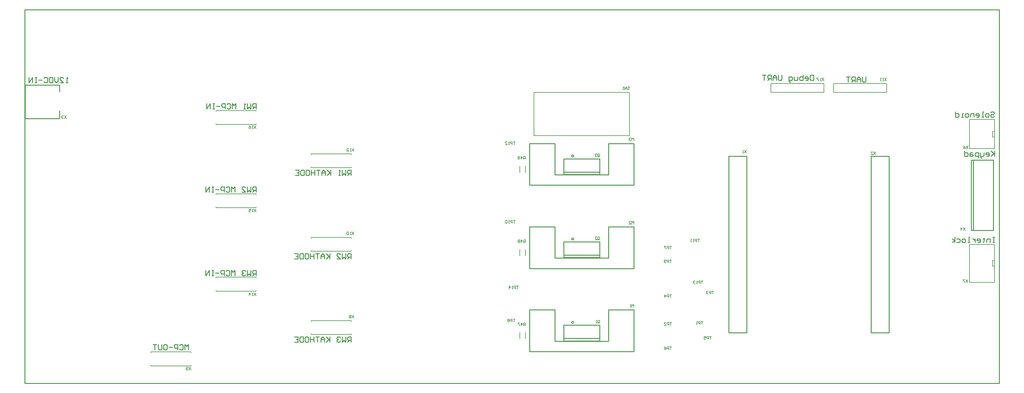
<source format=gbo>
G04 Layer_Color=32896*
%FSLAX43Y43*%
%MOMM*%
G71*
G01*
G75*
%ADD34C,0.250*%
%ADD35C,0.200*%
%ADD39C,0.150*%
%ADD43C,0.254*%
D34*
X271900Y44000D02*
Y64200D01*
X272500Y44000D02*
Y64200D01*
D35*
X82250Y14000D02*
X93750D01*
Y14250D01*
X82250Y14000D02*
Y14250D01*
X93750Y17750D02*
Y18000D01*
X82250Y17750D02*
Y18000D01*
X93750D01*
X36250Y9000D02*
X47750D01*
X36250Y8750D02*
Y9000D01*
X47750Y8750D02*
Y9000D01*
X36250Y5000D02*
Y5250D01*
X47750Y5000D02*
Y5250D01*
X36250Y5000D02*
X47750D01*
X229620Y83730D02*
Y86270D01*
X214380Y83730D02*
X229620D01*
X214380D02*
Y86270D01*
X229620D01*
X54950Y78500D02*
X66450D01*
X54950Y78250D02*
Y78500D01*
X66450Y78250D02*
Y78500D01*
X54950Y74500D02*
Y74750D01*
X66450Y74500D02*
Y74750D01*
X54950Y74500D02*
X66450D01*
X54950Y54500D02*
X66450D01*
X54950Y54250D02*
Y54500D01*
X66450Y54250D02*
Y54500D01*
X54950Y50500D02*
Y50750D01*
X66450Y50500D02*
Y50750D01*
X54950Y50500D02*
X66450D01*
X54950Y30500D02*
X66450D01*
X54950Y30250D02*
Y30500D01*
X66450Y30250D02*
Y30500D01*
X54950Y26500D02*
Y26750D01*
X66450Y26500D02*
Y26750D01*
X54950Y26500D02*
X66450D01*
X82250Y66000D02*
X93750D01*
X82250Y65750D02*
Y66000D01*
X93750Y65750D02*
Y66000D01*
X82250Y62000D02*
Y62250D01*
X93750Y62000D02*
Y62250D01*
X82250Y62000D02*
X93750D01*
X82250Y42000D02*
X93750D01*
X82250Y41750D02*
Y42000D01*
X93750Y41750D02*
Y42000D01*
X82250Y38000D02*
Y38250D01*
X93750Y38000D02*
Y38250D01*
X82250Y38000D02*
X93750D01*
X247620Y83730D02*
Y86270D01*
X232380Y83730D02*
X247620D01*
X232380D02*
Y86270D01*
X247620D01*
X173750Y71250D02*
Y83750D01*
X146250Y71250D02*
Y83750D01*
X173750D01*
X146250Y71250D02*
X173750D01*
X142200Y12800D02*
Y14600D01*
X143800Y12800D02*
Y14600D01*
X142200Y36700D02*
Y38500D01*
X143800Y36700D02*
Y38500D01*
X142200Y60700D02*
Y62500D01*
X143800Y60700D02*
Y62500D01*
D39*
X271400Y28975D02*
Y39950D01*
Y28975D02*
X278600D01*
Y39950D01*
X271400D02*
X278600D01*
X278025Y35285D02*
X278575D01*
X278025Y33660D02*
Y35285D01*
Y33660D02*
X278600D01*
X278025Y70860D02*
X278600D01*
X278025D02*
Y72485D01*
X278575D01*
X271400Y75950D02*
X278600D01*
Y67500D02*
Y75950D01*
X271400Y67500D02*
X278600D01*
X271400D02*
Y75950D01*
X141844Y27967D02*
X141311D01*
X141578D01*
Y27168D01*
X141045D02*
Y27967D01*
X140645D01*
X140511Y27834D01*
Y27567D01*
X140645Y27434D01*
X141045D01*
X140245Y27168D02*
X139978D01*
X140112D01*
Y27967D01*
X140245Y27834D01*
X139179Y27168D02*
Y27967D01*
X139578Y27567D01*
X139045D01*
X164667Y65333D02*
Y65866D01*
X164800Y66000D01*
X165067D01*
X165200Y65866D01*
Y65333D01*
X165067Y65200D01*
X164800D01*
X164933Y65467D02*
X164667Y65200D01*
X164800D02*
X164667Y65333D01*
X164400Y65866D02*
X164267Y66000D01*
X164000D01*
X163867Y65866D01*
Y65733D01*
X164000Y65600D01*
X164134D01*
X164000D01*
X163867Y65467D01*
Y65333D01*
X164000Y65200D01*
X164267D01*
X164400Y65333D01*
X94525Y19563D02*
X93992Y18763D01*
Y19563D02*
X94525Y18763D01*
X93725Y19430D02*
X93592Y19563D01*
X93325D01*
X93192Y19430D01*
Y19296D01*
X93325Y19163D01*
X93192Y19030D01*
Y18896D01*
X93325Y18763D01*
X93592D01*
X93725Y18896D01*
Y19030D01*
X93592Y19163D01*
X93725Y19296D01*
Y19430D01*
X93592Y19163D02*
X93325D01*
X47700Y4600D02*
X47167Y3800D01*
Y4600D02*
X47700Y3800D01*
X46900Y3933D02*
X46767Y3800D01*
X46500D01*
X46367Y3933D01*
Y4466D01*
X46500Y4600D01*
X46767D01*
X46900Y4466D01*
Y4333D01*
X46767Y4200D01*
X46367D01*
X244460Y66600D02*
X243927Y65800D01*
Y66600D02*
X244460Y65800D01*
X243127D02*
X243660D01*
X243127Y66333D01*
Y66466D01*
X243260Y66600D01*
X243527D01*
X243660Y66466D01*
X270900Y29800D02*
X270367Y29000D01*
Y29800D02*
X270900Y29000D01*
X270100Y29800D02*
X269567D01*
Y29666D01*
X270100Y29133D01*
Y29000D01*
X271000Y68300D02*
X270467Y67500D01*
Y68300D02*
X271000Y67500D01*
X269667Y68300D02*
X269934Y68166D01*
X270200Y67900D01*
Y67633D01*
X270067Y67500D01*
X269800D01*
X269667Y67633D01*
Y67767D01*
X269800Y67900D01*
X270200D01*
X174967Y21887D02*
Y22687D01*
X174700Y22421D01*
X174433Y22687D01*
Y21887D01*
X174167D02*
X173900D01*
X174034D01*
Y22687D01*
X174167Y22554D01*
X11900Y77000D02*
X11367Y76200D01*
Y77000D02*
X11900Y76200D01*
X11100Y76866D02*
X10967Y77000D01*
X10700D01*
X10567Y76866D01*
Y76733D01*
X10700Y76600D01*
X10834D01*
X10700D01*
X10567Y76467D01*
Y76333D01*
X10700Y76200D01*
X10967D01*
X11100Y76333D01*
X270200Y44800D02*
X269667Y44000D01*
Y44800D02*
X270200Y44000D01*
X269000D02*
Y44800D01*
X269400Y44400D01*
X268867D01*
X229577Y87838D02*
X229043Y87038D01*
Y87838D02*
X229577Y87038D01*
X228777D02*
X228510D01*
X228644D01*
Y87838D01*
X228777Y87705D01*
X228110Y87838D02*
X227577D01*
Y87705D01*
X228110Y87172D01*
Y87038D01*
X66400Y74100D02*
X65867Y73300D01*
Y74100D02*
X66400Y73300D01*
X65600D02*
X65334D01*
X65467D01*
Y74100D01*
X65600Y73966D01*
X64401Y74100D02*
X64667Y73966D01*
X64934Y73700D01*
Y73433D01*
X64801Y73300D01*
X64534D01*
X64401Y73433D01*
Y73567D01*
X64534Y73700D01*
X64934D01*
X66400Y50100D02*
X65867Y49300D01*
Y50100D02*
X66400Y49300D01*
X65600D02*
X65334D01*
X65467D01*
Y50100D01*
X65600Y49966D01*
X64401Y50100D02*
X64934D01*
Y49700D01*
X64667Y49833D01*
X64534D01*
X64401Y49700D01*
Y49433D01*
X64534Y49300D01*
X64801D01*
X64934Y49433D01*
X66400Y26000D02*
X65867Y25200D01*
Y26000D02*
X66400Y25200D01*
X65600D02*
X65334D01*
X65467D01*
Y26000D01*
X65600Y25866D01*
X64534Y25200D02*
Y26000D01*
X64934Y25600D01*
X64401D01*
X94525Y67569D02*
X93992Y66769D01*
Y67569D02*
X94525Y66769D01*
X93725D02*
X93458D01*
X93592D01*
Y67569D01*
X93725Y67436D01*
X92525Y66769D02*
X93059D01*
X92525Y67302D01*
Y67436D01*
X92659Y67569D01*
X92925D01*
X93059Y67436D01*
X94525Y43566D02*
X93992Y42766D01*
Y43566D02*
X94525Y42766D01*
X93725D02*
X93458D01*
X93592D01*
Y43566D01*
X93725Y43433D01*
X93059D02*
X92925Y43566D01*
X92659D01*
X92525Y43433D01*
Y42899D01*
X92659Y42766D01*
X92925D01*
X93059Y42899D01*
Y43433D01*
X174967Y69792D02*
Y70592D01*
X174700Y70325D01*
X174433Y70592D01*
Y69792D01*
X174167Y70458D02*
X174034Y70592D01*
X173767D01*
X173634Y70458D01*
Y70325D01*
X173767Y70192D01*
X173900D01*
X173767D01*
X173634Y70058D01*
Y69925D01*
X173767Y69792D01*
X174034D01*
X174167Y69925D01*
X174967Y45789D02*
Y46589D01*
X174700Y46322D01*
X174433Y46589D01*
Y45789D01*
X173634D02*
X174167D01*
X173634Y46322D01*
Y46455D01*
X173767Y46589D01*
X174034D01*
X174167Y46455D01*
X164667Y17433D02*
Y17966D01*
X164800Y18100D01*
X165067D01*
X165200Y17966D01*
Y17433D01*
X165067Y17300D01*
X164800D01*
X164933Y17567D02*
X164667Y17300D01*
X164800D02*
X164667Y17433D01*
X164400Y17300D02*
X164134D01*
X164267D01*
Y18100D01*
X164400Y17966D01*
X164667Y41433D02*
Y41966D01*
X164800Y42100D01*
X165067D01*
X165200Y41966D01*
Y41433D01*
X165067Y41300D01*
X164800D01*
X164933Y41567D02*
X164667Y41300D01*
X164800D02*
X164667Y41433D01*
X163867Y41300D02*
X164400D01*
X163867Y41833D01*
Y41966D01*
X164000Y42100D01*
X164267D01*
X164400Y41966D01*
X247560Y87838D02*
X247027Y87038D01*
Y87838D02*
X247560Y87038D01*
X246760D02*
X246493D01*
X246627D01*
Y87838D01*
X246760Y87705D01*
X246094Y87038D02*
X245827D01*
X245960D01*
Y87838D01*
X246094Y87705D01*
X207307Y67046D02*
X206773Y66246D01*
Y67046D02*
X207307Y66246D01*
X206507D02*
X206240D01*
X206373D01*
Y67046D01*
X206507Y66913D01*
X173171Y85177D02*
X173304Y85311D01*
X173571D01*
X173704Y85177D01*
Y85044D01*
X173571Y84911D01*
X173304D01*
X173171Y84778D01*
Y84644D01*
X173304Y84511D01*
X173571D01*
X173704Y84644D01*
X172904Y84511D02*
Y85311D01*
X172371Y84511D01*
Y85311D01*
X172105Y84511D02*
X171838D01*
X171971D01*
Y85311D01*
X172105Y85177D01*
X143808Y16553D02*
Y17353D01*
X143409D01*
X143275Y17220D01*
Y16953D01*
X143409Y16820D01*
X143808D01*
X143542D02*
X143275Y16553D01*
X142609D02*
Y17353D01*
X143009Y16953D01*
X142475D01*
X142209Y17353D02*
X141676D01*
Y17220D01*
X142209Y16687D01*
Y16553D01*
X143810Y40455D02*
Y41255D01*
X143410D01*
X143277Y41121D01*
Y40855D01*
X143410Y40721D01*
X143810D01*
X143544D02*
X143277Y40455D01*
X142611D02*
Y41255D01*
X143010Y40855D01*
X142477D01*
X142211Y41121D02*
X142077Y41255D01*
X141811D01*
X141678Y41121D01*
Y40988D01*
X141811Y40855D01*
X141678Y40721D01*
Y40588D01*
X141811Y40455D01*
X142077D01*
X142211Y40588D01*
Y40721D01*
X142077Y40855D01*
X142211Y40988D01*
Y41121D01*
X142077Y40855D02*
X141811D01*
X143801Y64459D02*
Y65259D01*
X143401D01*
X143267Y65126D01*
Y64859D01*
X143401Y64726D01*
X143801D01*
X143534D02*
X143267Y64459D01*
X142601D02*
Y65259D01*
X143001Y64859D01*
X142468D01*
X142201Y64593D02*
X142068Y64459D01*
X141801D01*
X141668Y64593D01*
Y65126D01*
X141801Y65259D01*
X142068D01*
X142201Y65126D01*
Y64993D01*
X142068Y64859D01*
X141668D01*
X194841Y17770D02*
X194308D01*
X194574D01*
Y16970D01*
X194041D02*
Y17770D01*
X193641D01*
X193508Y17636D01*
Y17370D01*
X193641Y17237D01*
X194041D01*
X193242Y16970D02*
X192975D01*
X193108D01*
Y17770D01*
X193242Y17636D01*
X185850Y17470D02*
X185317D01*
X185583D01*
Y16670D01*
X185050D02*
Y17470D01*
X184650D01*
X184517Y17336D01*
Y17070D01*
X184650Y16937D01*
X185050D01*
X183717Y16670D02*
X184250D01*
X183717Y17203D01*
Y17336D01*
X183850Y17470D01*
X184117D01*
X184250Y17336D01*
X197959Y26470D02*
X197425D01*
X197692D01*
Y25670D01*
X197159D02*
Y26470D01*
X196759D01*
X196626Y26336D01*
Y26070D01*
X196759Y25937D01*
X197159D01*
X196359Y26336D02*
X196226Y26470D01*
X195959D01*
X195826Y26336D01*
Y26203D01*
X195959Y26070D01*
X196093D01*
X195959D01*
X195826Y25937D01*
Y25803D01*
X195959Y25670D01*
X196226D01*
X196359Y25803D01*
X185840Y25470D02*
X185307D01*
X185574D01*
Y24670D01*
X185041D02*
Y25470D01*
X184641D01*
X184508Y25336D01*
Y25070D01*
X184641Y24937D01*
X185041D01*
X183841Y24670D02*
Y25470D01*
X184241Y25070D01*
X183708D01*
X197249Y13470D02*
X196716D01*
X196983D01*
Y12670D01*
X196449D02*
Y13470D01*
X196050D01*
X195916Y13336D01*
Y13070D01*
X196050Y12937D01*
X196449D01*
X195117Y13470D02*
X195650D01*
Y13070D01*
X195383Y13203D01*
X195250D01*
X195117Y13070D01*
Y12803D01*
X195250Y12670D01*
X195516D01*
X195650Y12803D01*
X185856Y10470D02*
X185323D01*
X185590D01*
Y9670D01*
X185057D02*
Y10470D01*
X184657D01*
X184523Y10336D01*
Y10070D01*
X184657Y9937D01*
X185057D01*
X183724Y10470D02*
X183990Y10336D01*
X184257Y10070D01*
Y9803D01*
X184124Y9670D01*
X183857D01*
X183724Y9803D01*
Y9937D01*
X183857Y10070D01*
X184257D01*
X185843Y39467D02*
X185310D01*
X185576D01*
Y38668D01*
X185043D02*
Y39467D01*
X184643D01*
X184510Y39334D01*
Y39067D01*
X184643Y38934D01*
X185043D01*
X184244Y39467D02*
X183710D01*
Y39334D01*
X184244Y38801D01*
Y38668D01*
X140852Y18467D02*
X140319D01*
X140585D01*
Y17668D01*
X140052D02*
Y18467D01*
X139652D01*
X139519Y18334D01*
Y18067D01*
X139652Y17934D01*
X140052D01*
X139252Y18334D02*
X139119Y18467D01*
X138852D01*
X138719Y18334D01*
Y18201D01*
X138852Y18067D01*
X138719Y17934D01*
Y17801D01*
X138852Y17668D01*
X139119D01*
X139252Y17801D01*
Y17934D01*
X139119Y18067D01*
X139252Y18201D01*
Y18334D01*
X139119Y18067D02*
X138852D01*
X185861Y35467D02*
X185327D01*
X185594D01*
Y34668D01*
X185061D02*
Y35467D01*
X184661D01*
X184528Y35334D01*
Y35067D01*
X184661Y34934D01*
X185061D01*
X184261Y34801D02*
X184128Y34668D01*
X183861D01*
X183728Y34801D01*
Y35334D01*
X183861Y35467D01*
X184128D01*
X184261Y35334D01*
Y35201D01*
X184128Y35067D01*
X183728D01*
X140847Y46867D02*
X140314D01*
X140580D01*
Y46068D01*
X140047D02*
Y46867D01*
X139647D01*
X139514Y46734D01*
Y46467D01*
X139647Y46334D01*
X140047D01*
X139248Y46068D02*
X138981D01*
X139114D01*
Y46867D01*
X139248Y46734D01*
X138581D02*
X138448Y46867D01*
X138181D01*
X138048Y46734D01*
Y46201D01*
X138181Y46068D01*
X138448D01*
X138581Y46201D01*
Y46734D01*
X193843Y41467D02*
X193310D01*
X193576D01*
Y40668D01*
X193043D02*
Y41467D01*
X192643D01*
X192510Y41334D01*
Y41067D01*
X192643Y40934D01*
X193043D01*
X192244Y40668D02*
X191977D01*
X192110D01*
Y41467D01*
X192244Y41334D01*
X191577Y40668D02*
X191311D01*
X191444D01*
Y41467D01*
X191577Y41334D01*
X140856Y69467D02*
X140323D01*
X140590D01*
Y68668D01*
X140057D02*
Y69467D01*
X139657D01*
X139523Y69334D01*
Y69067D01*
X139657Y68934D01*
X140057D01*
X139257Y68668D02*
X138990D01*
X139124D01*
Y69467D01*
X139257Y69334D01*
X138057Y68668D02*
X138590D01*
X138057Y69201D01*
Y69334D01*
X138191Y69467D01*
X138457D01*
X138590Y69334D01*
X194844Y29470D02*
X194311D01*
X194578D01*
Y28670D01*
X194045D02*
Y29470D01*
X193645D01*
X193511Y29336D01*
Y29070D01*
X193645Y28937D01*
X194045D01*
X193245Y28670D02*
X192978D01*
X193112D01*
Y29470D01*
X193245Y29336D01*
X192578D02*
X192445Y29470D01*
X192179D01*
X192045Y29336D01*
Y29203D01*
X192179Y29070D01*
X192312D01*
X192179D01*
X192045Y28937D01*
Y28803D01*
X192179Y28670D01*
X192445D01*
X192578Y28803D01*
D43*
X157700Y65400D02*
G03*
X157700Y65400I-300J0D01*
G01*
Y17500D02*
G03*
X157700Y17500I-300J0D01*
G01*
Y41500D02*
G03*
X157700Y41500I-300J0D01*
G01*
X154800Y60100D02*
X165200D01*
Y64600D01*
X154800D02*
X165200D01*
X154800Y60100D02*
Y64600D01*
Y60800D02*
X165200D01*
X243130Y65370D02*
X248330D01*
Y14570D02*
Y65370D01*
X243130Y14570D02*
X248330D01*
X243130D02*
Y65370D01*
X145000Y9100D02*
X175000D01*
Y21100D01*
X167700D02*
X175000D01*
X167700Y12100D02*
Y21100D01*
X152300Y12100D02*
X167700D01*
X152300D02*
Y21100D01*
X145000D02*
X152300D01*
X145000Y9100D02*
Y21100D01*
X10000Y76175D02*
Y78375D01*
Y83875D02*
Y85825D01*
X100D02*
X10000D01*
X100Y76175D02*
Y85825D01*
Y76175D02*
X10000D01*
X278250Y44000D02*
Y64200D01*
X271900Y44000D02*
X278250D01*
X271900Y64200D02*
X278250D01*
X145000Y57000D02*
X175000D01*
Y69000D01*
X167700D02*
X175000D01*
X167700Y60000D02*
Y69000D01*
X152300Y60000D02*
X167700D01*
X152300D02*
Y69000D01*
X145000D02*
X152300D01*
X145000Y57000D02*
Y69000D01*
Y33000D02*
X175000D01*
Y45000D01*
X167700D02*
X175000D01*
X167700Y36000D02*
Y45000D01*
X152300Y36000D02*
X167700D01*
X152300D02*
Y45000D01*
X145000D02*
X152300D01*
X145000Y33000D02*
Y45000D01*
X154800Y12200D02*
X165200D01*
Y16700D01*
X154800D02*
X165200D01*
X154800Y12200D02*
Y16700D01*
Y12900D02*
X165200D01*
X154800Y36900D02*
X165200D01*
X154800Y36200D02*
Y40700D01*
X165200D01*
Y36200D02*
Y40700D01*
X154800Y36200D02*
X165200D01*
X202230Y14570D02*
X207430D01*
X202230D02*
Y65370D01*
X207430D01*
Y14570D02*
Y65370D01*
X278600Y66824D02*
Y65300D01*
Y65808D01*
X277584Y66824D01*
X278346Y66062D01*
X277584Y65300D01*
X276315D02*
X276823D01*
X277076Y65554D01*
Y66062D01*
X276823Y66316D01*
X276315D01*
X276061Y66062D01*
Y65808D01*
X277076D01*
X275553Y66316D02*
Y65554D01*
X275299Y65300D01*
X274537D01*
Y65046D01*
X274791Y64792D01*
X275045D01*
X274537Y65300D02*
Y66316D01*
X274029Y64792D02*
Y66316D01*
X273268D01*
X273014Y66062D01*
Y65554D01*
X273268Y65300D01*
X274029D01*
X272252Y66316D02*
X271744D01*
X271490Y66062D01*
Y65300D01*
X272252D01*
X272506Y65554D01*
X272252Y65808D01*
X271490D01*
X269967Y66824D02*
Y65300D01*
X270729D01*
X270982Y65554D01*
Y66062D01*
X270729Y66316D01*
X269967D01*
X278600Y42024D02*
X278092D01*
X278346D01*
Y40500D01*
X278600D01*
X278092D01*
X277330D02*
Y41516D01*
X276569D01*
X276315Y41262D01*
Y40500D01*
X275553Y41770D02*
Y41516D01*
X275807D01*
X275299D01*
X275553D01*
Y40754D01*
X275299Y40500D01*
X273776D02*
X274283D01*
X274537Y40754D01*
Y41262D01*
X274283Y41516D01*
X273776D01*
X273522Y41262D01*
Y41008D01*
X274537D01*
X273014Y41516D02*
Y40500D01*
Y41008D01*
X272760Y41262D01*
X272506Y41516D01*
X272252D01*
X271490Y40500D02*
X270982D01*
X271236D01*
Y42024D01*
X271490D01*
X269967Y40500D02*
X269459D01*
X269205Y40754D01*
Y41262D01*
X269459Y41516D01*
X269967D01*
X270221Y41262D01*
Y40754D01*
X269967Y40500D01*
X267682Y41516D02*
X268443D01*
X268697Y41262D01*
Y40754D01*
X268443Y40500D01*
X267682D01*
X267174D02*
Y42024D01*
Y41008D02*
X266412Y41516D01*
X267174Y41008D02*
X266412Y40500D01*
X277484Y77870D02*
X277738Y78124D01*
X278246D01*
X278500Y77870D01*
Y77616D01*
X278246Y77362D01*
X277738D01*
X277484Y77108D01*
Y76854D01*
X277738Y76600D01*
X278246D01*
X278500Y76854D01*
X276723Y76600D02*
X276215D01*
X275961Y76854D01*
Y77362D01*
X276215Y77616D01*
X276723D01*
X276977Y77362D01*
Y76854D01*
X276723Y76600D01*
X275453D02*
X274945D01*
X275199D01*
Y78124D01*
X275453D01*
X273422Y76600D02*
X273929D01*
X274183Y76854D01*
Y77362D01*
X273929Y77616D01*
X273422D01*
X273168Y77362D01*
Y77108D01*
X274183D01*
X272660Y76600D02*
Y77616D01*
X271898D01*
X271644Y77362D01*
Y76600D01*
X270882D02*
X270375D01*
X270121Y76854D01*
Y77362D01*
X270375Y77616D01*
X270882D01*
X271136Y77362D01*
Y76854D01*
X270882Y76600D01*
X269613D02*
X269105D01*
X269359D01*
Y77616D01*
X269613D01*
X267328Y78124D02*
Y76600D01*
X268089D01*
X268343Y76854D01*
Y77362D01*
X268089Y77616D01*
X267328D01*
X66400Y79000D02*
Y80524D01*
X65638D01*
X65384Y80270D01*
Y79762D01*
X65638Y79508D01*
X66400D01*
X65892D02*
X65384Y79000D01*
X64876Y80524D02*
Y79000D01*
X64369Y79508D01*
X63861Y79000D01*
Y80524D01*
X63353Y79000D02*
X62845D01*
X63099D01*
Y80524D01*
X63353Y80270D01*
X60560Y79000D02*
Y80524D01*
X60052Y80016D01*
X59544Y80524D01*
Y79000D01*
X58021Y80270D02*
X58275Y80524D01*
X58782D01*
X59036Y80270D01*
Y79254D01*
X58782Y79000D01*
X58275D01*
X58021Y79254D01*
X57513Y79000D02*
Y80524D01*
X56751D01*
X56497Y80270D01*
Y79762D01*
X56751Y79508D01*
X57513D01*
X55989Y79762D02*
X54974D01*
X54466Y80524D02*
X53958D01*
X54212D01*
Y79000D01*
X54466D01*
X53958D01*
X53196D02*
Y80524D01*
X52181Y79000D01*
Y80524D01*
X66400Y55000D02*
Y56524D01*
X65638D01*
X65384Y56270D01*
Y55762D01*
X65638Y55508D01*
X66400D01*
X65892D02*
X65384Y55000D01*
X64876Y56524D02*
Y55000D01*
X64369Y55508D01*
X63861Y55000D01*
Y56524D01*
X62337Y55000D02*
X63353D01*
X62337Y56016D01*
Y56270D01*
X62591Y56524D01*
X63099D01*
X63353Y56270D01*
X60306Y55000D02*
Y56524D01*
X59798Y56016D01*
X59290Y56524D01*
Y55000D01*
X57767Y56270D02*
X58021Y56524D01*
X58529D01*
X58782Y56270D01*
Y55254D01*
X58529Y55000D01*
X58021D01*
X57767Y55254D01*
X57259Y55000D02*
Y56524D01*
X56497D01*
X56243Y56270D01*
Y55762D01*
X56497Y55508D01*
X57259D01*
X55735Y55762D02*
X54720D01*
X54212Y56524D02*
X53704D01*
X53958D01*
Y55000D01*
X54212D01*
X53704D01*
X52942D02*
Y56524D01*
X51927Y55000D01*
Y56524D01*
X66400Y31000D02*
Y32524D01*
X65638D01*
X65384Y32270D01*
Y31762D01*
X65638Y31508D01*
X66400D01*
X65892D02*
X65384Y31000D01*
X64876Y32524D02*
Y31000D01*
X64369Y31508D01*
X63861Y31000D01*
Y32524D01*
X63353Y32270D02*
X63099Y32524D01*
X62591D01*
X62337Y32270D01*
Y32016D01*
X62591Y31762D01*
X62845D01*
X62591D01*
X62337Y31508D01*
Y31254D01*
X62591Y31000D01*
X63099D01*
X63353Y31254D01*
X60306Y31000D02*
Y32524D01*
X59798Y32016D01*
X59290Y32524D01*
Y31000D01*
X57767Y32270D02*
X58021Y32524D01*
X58529D01*
X58782Y32270D01*
Y31254D01*
X58529Y31000D01*
X58021D01*
X57767Y31254D01*
X57259Y31000D02*
Y32524D01*
X56497D01*
X56243Y32270D01*
Y31762D01*
X56497Y31508D01*
X57259D01*
X55735Y31762D02*
X54720D01*
X54212Y32524D02*
X53704D01*
X53958D01*
Y31000D01*
X54212D01*
X53704D01*
X52942D02*
Y32524D01*
X51927Y31000D01*
Y32524D01*
X47000Y9600D02*
Y11124D01*
X46492Y10616D01*
X45984Y11124D01*
Y9600D01*
X44461Y10870D02*
X44715Y11124D01*
X45223D01*
X45476Y10870D01*
Y9854D01*
X45223Y9600D01*
X44715D01*
X44461Y9854D01*
X43953Y9600D02*
Y11124D01*
X43191D01*
X42937Y10870D01*
Y10362D01*
X43191Y10108D01*
X43953D01*
X42429Y10362D02*
X41414D01*
X40144Y11124D02*
X40652D01*
X40906Y10870D01*
Y9854D01*
X40652Y9600D01*
X40144D01*
X39890Y9854D01*
Y10870D01*
X40144Y11124D01*
X39382D02*
Y9854D01*
X39129Y9600D01*
X38621D01*
X38367Y9854D01*
Y11124D01*
X37859D02*
X36843D01*
X37351D01*
Y9600D01*
X12300Y86500D02*
X11792D01*
X12046D01*
Y88024D01*
X12300Y87770D01*
X10015Y86500D02*
X11030D01*
X10015Y87516D01*
Y87770D01*
X10269Y88024D01*
X10776D01*
X11030Y87770D01*
X9507Y88024D02*
Y87008D01*
X8999Y86500D01*
X8491Y87008D01*
Y88024D01*
X7983D02*
Y86500D01*
X7222D01*
X6968Y86754D01*
Y87770D01*
X7222Y88024D01*
X7983D01*
X5444Y87770D02*
X5698Y88024D01*
X6206D01*
X6460Y87770D01*
Y86754D01*
X6206Y86500D01*
X5698D01*
X5444Y86754D01*
X4936Y87262D02*
X3921D01*
X3413Y88024D02*
X2905D01*
X3159D01*
Y86500D01*
X3413D01*
X2905D01*
X2143D02*
Y88024D01*
X1128Y86500D01*
Y88024D01*
X226600Y88724D02*
Y87200D01*
X225838D01*
X225584Y87454D01*
Y88470D01*
X225838Y88724D01*
X226600D01*
X224315Y87200D02*
X224823D01*
X225076Y87454D01*
Y87962D01*
X224823Y88216D01*
X224315D01*
X224061Y87962D01*
Y87708D01*
X225076D01*
X223553Y88724D02*
Y87200D01*
X222791D01*
X222537Y87454D01*
Y87708D01*
Y87962D01*
X222791Y88216D01*
X223553D01*
X222029D02*
Y87454D01*
X221776Y87200D01*
X221014D01*
Y88216D01*
X219998Y86692D02*
X219744D01*
X219490Y86946D01*
Y88216D01*
X220252D01*
X220506Y87962D01*
Y87454D01*
X220252Y87200D01*
X219490D01*
X217459Y88724D02*
Y87454D01*
X217205Y87200D01*
X216697D01*
X216443Y87454D01*
Y88724D01*
X215935Y87200D02*
Y88216D01*
X215428Y88724D01*
X214920Y88216D01*
Y87200D01*
Y87962D01*
X215935D01*
X214412Y87200D02*
Y88724D01*
X213650D01*
X213396Y88470D01*
Y87962D01*
X213650Y87708D01*
X214412D01*
X213904D02*
X213396Y87200D01*
X212888Y88724D02*
X211873D01*
X212381D01*
Y87200D01*
X241600Y88224D02*
Y86954D01*
X241346Y86700D01*
X240838D01*
X240584Y86954D01*
Y88224D01*
X240076Y86700D02*
Y87716D01*
X239569Y88224D01*
X239061Y87716D01*
Y86700D01*
Y87462D01*
X240076D01*
X238553Y86700D02*
Y88224D01*
X237791D01*
X237537Y87970D01*
Y87462D01*
X237791Y87208D01*
X238553D01*
X238045D02*
X237537Y86700D01*
X237029Y88224D02*
X236014D01*
X236522D01*
Y86700D01*
X93700Y11800D02*
Y13324D01*
X92938D01*
X92684Y13070D01*
Y12562D01*
X92938Y12308D01*
X93700D01*
X93192D02*
X92684Y11800D01*
X92176Y13324D02*
Y11800D01*
X91669Y12308D01*
X91161Y11800D01*
Y13324D01*
X90653Y13070D02*
X90399Y13324D01*
X89891D01*
X89637Y13070D01*
Y12816D01*
X89891Y12562D01*
X90145D01*
X89891D01*
X89637Y12308D01*
Y12054D01*
X89891Y11800D01*
X90399D01*
X90653Y12054D01*
X87606Y13324D02*
Y11800D01*
Y12308D01*
X86590Y13324D01*
X87352Y12562D01*
X86590Y11800D01*
X86082D02*
Y12816D01*
X85575Y13324D01*
X85067Y12816D01*
Y11800D01*
Y12562D01*
X86082D01*
X84559Y13324D02*
X83543D01*
X84051D01*
Y11800D01*
X83035Y13324D02*
Y11800D01*
Y12562D01*
X82020D01*
Y13324D01*
Y11800D01*
X80750Y13324D02*
X81258D01*
X81512Y13070D01*
Y12054D01*
X81258Y11800D01*
X80750D01*
X80496Y12054D01*
Y13070D01*
X80750Y13324D01*
X79988D02*
Y11800D01*
X79227D01*
X78973Y12054D01*
Y13070D01*
X79227Y13324D01*
X79988D01*
X77449D02*
X78465D01*
Y11800D01*
X77449D01*
X78465Y12562D02*
X77957D01*
X93700Y35800D02*
Y37324D01*
X92938D01*
X92684Y37070D01*
Y36562D01*
X92938Y36308D01*
X93700D01*
X93192D02*
X92684Y35800D01*
X92176Y37324D02*
Y35800D01*
X91669Y36308D01*
X91161Y35800D01*
Y37324D01*
X89637Y35800D02*
X90653D01*
X89637Y36816D01*
Y37070D01*
X89891Y37324D01*
X90399D01*
X90653Y37070D01*
X87606Y37324D02*
Y35800D01*
Y36308D01*
X86590Y37324D01*
X87352Y36562D01*
X86590Y35800D01*
X86082D02*
Y36816D01*
X85575Y37324D01*
X85067Y36816D01*
Y35800D01*
Y36562D01*
X86082D01*
X84559Y37324D02*
X83543D01*
X84051D01*
Y35800D01*
X83035Y37324D02*
Y35800D01*
Y36562D01*
X82020D01*
Y37324D01*
Y35800D01*
X80750Y37324D02*
X81258D01*
X81512Y37070D01*
Y36054D01*
X81258Y35800D01*
X80750D01*
X80496Y36054D01*
Y37070D01*
X80750Y37324D01*
X79988D02*
Y35800D01*
X79227D01*
X78973Y36054D01*
Y37070D01*
X79227Y37324D01*
X79988D01*
X77449D02*
X78465D01*
Y35800D01*
X77449D01*
X78465Y36562D02*
X77957D01*
X93700Y59800D02*
Y61324D01*
X92938D01*
X92684Y61070D01*
Y60562D01*
X92938Y60308D01*
X93700D01*
X93192D02*
X92684Y59800D01*
X92176Y61324D02*
Y59800D01*
X91669Y60308D01*
X91161Y59800D01*
Y61324D01*
X90653Y59800D02*
X90145D01*
X90399D01*
Y61324D01*
X90653Y61070D01*
X87860Y61324D02*
Y59800D01*
Y60308D01*
X86844Y61324D01*
X87606Y60562D01*
X86844Y59800D01*
X86336D02*
Y60816D01*
X85829Y61324D01*
X85321Y60816D01*
Y59800D01*
Y60562D01*
X86336D01*
X84813Y61324D02*
X83797D01*
X84305D01*
Y59800D01*
X83289Y61324D02*
Y59800D01*
Y60562D01*
X82274D01*
Y61324D01*
Y59800D01*
X81004Y61324D02*
X81512D01*
X81766Y61070D01*
Y60054D01*
X81512Y59800D01*
X81004D01*
X80750Y60054D01*
Y61070D01*
X81004Y61324D01*
X80242D02*
Y59800D01*
X79481D01*
X79227Y60054D01*
Y61070D01*
X79481Y61324D01*
X80242D01*
X77703D02*
X78719D01*
Y59800D01*
X77703D01*
X78719Y60562D02*
X78211D01*
X0Y0D02*
Y107500D01*
X280000D01*
Y0D02*
Y107500D01*
X0Y0D02*
X280000D01*
M02*

</source>
